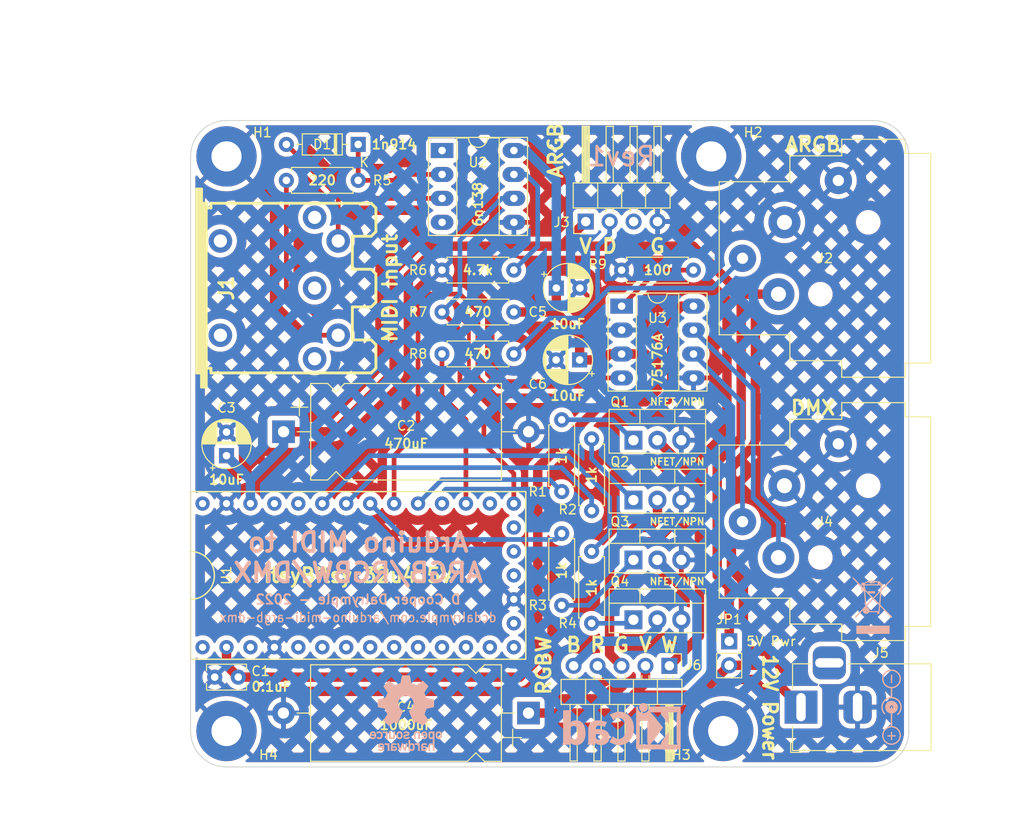
<source format=kicad_pcb>
(kicad_pcb (version 20211014) (generator pcbnew)
  (layers (0 "F.Cu" signal) (31 "B.Cu" signal) (34 "B.Paste" user) (35 "F.Paste" user) (36 "B.SilkS" user "B.Silkscreen") (37 "F.SilkS" user "F.Silkscreen") (38 "B.Mask" user) (39 "F.Mask" user) (44 "Edge.Cuts" user))
  (net 0 "")
  (net 1 "+5VD")
  (net 2 "GND")
  (net 3 "+5V")
  (net 4 "Net-(C4-Pad1)")
  (net 5 "Net-(U2-Pad2)")
  (net 6 "Net-(J1-Pad5)")
  (net 8 "Net-(J1-Pad4)")
  (net 11 "Net-(J2-Pad3)")
  (net 13 "Net-(J4-Pad2)")
  (net 14 "Net-(J4-Pad3)")
  (net 15 "Net-(J6-Pad3)")
  (net 16 "RGB_W")
  (net 17 "RGB_G")
  (net 18 "RGB_R")
  (net 19 "RGB_B")
  (net 20 "Net-(U2-Pad7)")
  (net 21 "MIDI_Rx")
  (net 22 "ARGB_D")
  (net 23 "Net-(U3-Pad1)")
  (net 41 "DMX_Tx")
  (net 47 "Net-(J6-Pad4)")
  (net 48 "Net-(J6-Pad5)")
  (net 49 "Net-(R1-Pad2)")
  (net 50 "Net-(R2-Pad2)")
  (net 51 "Net-(R3-Pad2)")
  (net 52 "Net-(R4-Pad2)")
  (net 53 "Net-(Q1-Pad2)")
  (footprint "Resistor_THT:R_Axial_DIN0207_L6.3mm_D2.5mm_P7.62mm_Horizontal" (layer "F.Cu") (at 144.79 80.635)
    (fp_text reference "R7" (at -2.54 0) (layer "F.SilkS"))
    (fp_text value "470")
    (pad "1" thru_hole circle (at 0 0) (size 1.6 1.6) (drill 0.8) (layers *.Cu *.Mask) (net 21 "MIDI_Rx"))
    (pad "2" thru_hole oval (at 7.62 0) (size 1.6 1.6) (drill 0.8) (layers *.Cu *.Mask) (net 1 "+5VD"))
  )
  (footprint "Resistor_THT:R_Axial_DIN0207_L6.3mm_D2.5mm_P7.62mm_Horizontal" (layer "F.Cu") (at 144.79 76.19)
    (fp_text reference "R6" (at -2.54 0) (layer "F.SilkS"))
    (fp_text value "4.7k")
    (pad "1" thru_hole circle (at 0 0) (size 1.6 1.6) (drill 0.8) (layers *.Cu *.Mask) (net 2 "GND"))
    (pad "2" thru_hole oval (at 7.62 0) (size 1.6 1.6) (drill 0.8) (layers *.Cu *.Mask) (net 20 "Net-(U2-Pad7)"))
  )
  (footprint "Connector_Audio:Jack_XLR_Neutrik_NC3FAAH2_Horizontal" (layer "F.Cu") (at 181.12 71.12)
    (fp_text reference "J2" (at 4.3 3.81) (layer "F.SilkS"))
    (fp_text value "ARGB_XLR3")
    (pad "" np_thru_hole circle (at 8.89 0) (size 1.6 1.6) (drill 1.6) (layers *.Cu *.Mask))
    (pad "" np_thru_hole circle (at 3.81 7.62) (size 1.6 1.6) (drill 1.6) (layers *.Cu *.Mask))
    (pad "1" thru_hole circle (at 0 0) (size 3.4 3.4) (drill 1.6) (layers *.Cu *.Mask) (net 2 "GND"))
    (pad "2" thru_hole circle (at -0.635 7.62) (size 3.4 3.4) (drill 1.6) (layers *.Cu *.Mask) (net 3 "+5V"))
    (pad "3" thru_hole circle (at -4.45 3.81) (size 2.9 2.9) (drill 1.2) (layers *.Cu *.Mask) (net 11 "Net-(J2-Pad3)"))
    (pad "G" thru_hole circle (at 5.72 -4.44) (size 2.9 2.9) (drill 1.2) (layers *.Cu *.Mask) (net 2 "GND"))
  )
  (footprint "Resistor_THT:R_Axial_DIN0207_L6.3mm_D2.5mm_P7.62mm_Horizontal" (layer "F.Cu") (at 157.49 99.685 90)
    (fp_text reference "R1" (at 0 -2.54 180) (layer "F.SilkS"))
    (fp_text value "1k")
    (pad "1" thru_hole circle (at 0 0 90) (size 1.6 1.6) (drill 0.8) (layers *.Cu *.Mask) (net 16 "RGB_W"))
    (pad "2" thru_hole oval (at 7.62 0 90) (size 1.6 1.6) (drill 0.8) (layers *.Cu *.Mask) (net 49 "Net-(R1-Pad2)"))
  )
  (footprint "Package_TO_SOT_THT:TO-220-3_Vertical" (layer "F.Cu") (at 165.1 106.934)
    (fp_text reference "Q3" (at -2.54 -4.064) (layer "F.SilkS") (effects (justify left)))
    (fp_text value "IRLB8721PBF")
    (pad "1" thru_hole rect (at 0 0) (size 1.905 2) (drill 1.1) (layers *.Cu *.Mask) (net 51 "Net-(R3-Pad2)"))
    (pad "2" thru_hole oval (at 2.54 0) (size 1.905 2) (drill 1.1) (layers *.Cu *.Mask) (net 47 "Net-(J6-Pad4)"))
    (pad "3" thru_hole oval (at 5.08 0) (size 1.905 2) (drill 1.1) (layers *.Cu *.Mask) (net 2 "GND"))
  )
  (footprint "Resistor_THT:R_Axial_DIN0207_L6.3mm_D2.5mm_P7.62mm_Horizontal" (layer "F.Cu") (at 160.665 101.717 90)
    (fp_text reference "R2" (at 0.127 -2.54 180) (layer "F.SilkS"))
    (fp_text value "1k")
    (pad "1" thru_hole circle (at 0 0 90) (size 1.6 1.6) (drill 0.8) (layers *.Cu *.Mask) (net 17 "RGB_G"))
    (pad "2" thru_hole oval (at 7.62 0 90) (size 1.6 1.6) (drill 0.8) (layers *.Cu *.Mask) (net 50 "Net-(R2-Pad2)"))
  )
  (footprint "Capacitor_THT:C_Rect_L4.0mm_W2.5mm_P2.50mm" (layer "F.Cu") (at 123.18 119.37 180)
    (fp_text reference "C1" (at -1.29 0.635) (layer "F.SilkS") (effects (justify left)))
    (fp_text value "0.1uF")
    (pad "1" thru_hole circle (at 0 0 180) (size 1.6 1.6) (drill 0.8) (layers *.Cu *.Mask) (net 1 "+5VD"))
    (pad "2" thru_hole circle (at 2.5 0 180) (size 1.6 1.6) (drill 0.8) (layers *.Cu *.Mask) (net 2 "GND"))
  )
  (footprint "MountingHole:MountingHole_3.2mm_M3_Pad" (layer "F.Cu") (at 174.625 125.085)
    (fp_text reference "H3" (at -4.445 2.54) (layer "F.SilkS"))
    (fp_text value "Mount")
    (pad "1" thru_hole circle (at 0 0) (size 6.4 6.4) (drill 3.2) (layers *.Cu *.Mask) (net 2 "GND"))
  )
  (footprint "MountingHole:MountingHole_3.2mm_M3_Pad" (layer "F.Cu") (at 121.93 64.125)
    (fp_text reference "H1" (at 3.81 -2.54) (layer "F.SilkS"))
    (fp_text value "Mount")
    (pad "1" thru_hole circle (at 0 0) (size 6.4 6.4) (drill 3.2) (layers *.Cu *.Mask) (net 2 "GND"))
  )
  (footprint "w_conn_av:din-5" (layer "F.Cu") (at 128.28 78.095 -90)
    (fp_text reference "J1" (at 0 6.35 90) (layer "F.SilkS") (effects (font (size 1.5 1.5) (thickness 0.3))))
    (fp_text value "MIDI Input" (at 0 -11 90) (layer "F.SilkS") (effects (font (size 1.5 1.5) (thickness 0.3))))
    (pad "1" thru_hole circle locked (at 7.5 -3 270) (size 2.5 2.5) (drill 1.4) (layers *.Cu *.Mask))
    (pad "2" thru_hole circle locked (at 0 -3 270) (size 2.5 2.5) (drill 1.4) (layers *.Cu *.Mask))
    (pad "3" thru_hole circle locked (at -7.5 -3 270) (size 2.5 2.5) (drill 1.4) (layers *.Cu *.Mask))
    (pad "4" thru_hole circle locked (at 5 -5.5 270) (size 2.5 2.5) (drill 1.4) (layers *.Cu *.Mask) (net 8 "Net-(J1-Pad4)"))
    (pad "5" thru_hole circle locked (at -5 -5.5 270) (size 2.5 2.5) (drill 1.4) (layers *.Cu *.Mask) (net 6 "Net-(J1-Pad5)"))
    (pad "6" thru_hole circle locked (at -5 7 270) (size 2.5 2.5) (drill 1.4) (layers *.Cu *.Mask))
    (pad "6" thru_hole circle locked (at 5 7 270) (size 2.5 2.5) (drill 1.4) (layers *.Cu *.Mask))
  )
  (footprint "Package_DIP:DIP-8_W7.62mm_Socket_LongPads" (layer "F.Cu") (at 163.85 80.01)
    (fp_text reference "U3" (at 3.8 1.26) (layer "F.SilkS"))
    (fp_text value "SN75176AP")
    (pad "1" thru_hole rect (at 0 0) (size 2.4 1.6) (drill 0.8) (layers *.Cu *.Mask) (net 23 "Net-(U3-Pad1)"))
    (pad "2" thru_hole oval (at 0 2.54) (size 2.4 1.6) (drill 0.8) (layers *.Cu *.Mask) (net 2 "GND"))
    (pad "3" thru_hole oval (at 0 5.08) (size 2.4 1.6) (drill 0.8) (layers *.Cu *.Mask) (net 1 "+5VD"))
    (pad "4" thru_hole oval (at 0 7.62) (size 2.4 1.6) (drill 0.8) (layers *.Cu *.Mask) (net 41 "DMX_Tx"))
    (pad "5" thru_hole oval (at 7.62 7.62) (size 2.4 1.6) (drill 0.8) (layers *.Cu *.Mask) (net 2 "GND"))
    (pad "6" thru_hole oval (at 7.62 5.08) (size 2.4 1.6) (drill 0.8) (layers *.Cu *.Mask) (net 14 "Net-(J4-Pad3)"))
    (pad "7" thru_hole oval (at 7.62 2.54) (size 2.4 1.6) (drill 0.8) (layers *.Cu *.Mask) (net 13 "Net-(J4-Pad2)"))
    (pad "8" thru_hole oval (at 7.62 0) (size 2.4 1.6) (drill 0.8) (layers *.Cu *.Mask) (net 1 "+5VD"))
  )
  (footprint "Resistor_THT:R_Axial_DIN0207_L6.3mm_D2.5mm_P7.62mm_Horizontal" (layer "F.Cu") (at 152.41 85.08 180)
    (fp_text reference "R8" (at 10.16 0) (layer "F.SilkS"))
    (fp_text value "470")
    (pad "1" thru_hole circle (at 0 0 180) (size 1.6 1.6) (drill 0.8) (layers *.Cu *.Mask) (net 11 "Net-(J2-Pad3)"))
    (pad "2" thru_hole oval (at 7.62 0 180) (size 1.6 1.6) (drill 0.8) (layers *.Cu *.Mask) (net 22 "ARGB_D"))
  )
  (footprint "Package_TO_SOT_THT:TO-220-3_Vertical" (layer "F.Cu") (at 165.1 100.584)
    (fp_text reference "Q2" (at -2.54 -4.064) (layer "F.SilkS") (effects (justify left)))
    (fp_text value "IRLB8721PBF")
    (pad "1" thru_hole rect (at 0 0) (size 1.905 2) (drill 1.1) (layers *.Cu *.Mask) (net 50 "Net-(R2-Pad2)"))
    (pad "2" thru_hole oval (at 2.54 0) (size 1.905 2) (drill 1.1) (layers *.Cu *.Mask) (net 15 "Net-(J6-Pad3)"))
    (pad "3" thru_hole oval (at 5.08 0) (size 1.905 2) (drill 1.1) (layers *.Cu *.Mask) (net 2 "GND"))
  )
  (footprint "MountingHole:MountingHole_3.2mm_M3_Pad" (layer "F.Cu") (at 173.355 64.125)
    (fp_text reference "H2" (at 4.445 -2.54) (layer "F.SilkS"))
    (fp_text value "Mount")
    (pad "1" thru_hole circle (at 0 0) (size 6.4 6.4) (drill 3.2) (layers *.Cu *.Mask) (net 2 "GND"))
  )
  (footprint "Connector_PinHeader_2.54mm:PinHeader_1x04_P2.54mm_Horizontal" (layer "F.Cu") (at 160.04 71.04 90)
    (fp_text reference "J3" (at -0.07 -2.55 180) (layer "F.SilkS"))
    (fp_text value "ARGB")
    (pad "1" thru_hole rect (at 0 0 90) (size 1.7 1.7) (drill 1) (layers *.Cu *.Mask) (net 3 "+5V"))
    (pad "2" thru_hole oval (at 0 2.54 90) (size 1.7 1.7) (drill 1) (layers *.Cu *.Mask) (net 11 "Net-(J2-Pad3)"))
    (pad "3" thru_hole oval (at 0 5.08 90) (size 1.7 1.7) (drill 1) (layers *.Cu *.Mask))
    (pad "4" thru_hole oval (at 0 7.62 90) (size 1.7 1.7) (drill 1) (layers *.Cu *.Mask) (net 2 "GND"))
  )
  (footprint "Package_DIP:DIP-8_W7.62mm_Socket_LongPads" (layer "F.Cu") (at 144.8 63.5)
    (fp_text reference "U2" (at 3.81 1.26) (layer "F.SilkS"))
    (fp_text value "6N138")
    (pad "1" thru_hole rect (at 0 0) (size 2.4 1.6) (drill 0.8) (layers *.Cu *.Mask))
    (pad "2" thru_hole oval (at 0 2.54) (size 2.4 1.6) (drill 0.8) (layers *.Cu *.Mask) (net 5 "Net-(U2-Pad2)"))
    (pad "3" thru_hole oval (at 0 5.08) (size 2.4 1.6) (drill 0.8) (layers *.Cu *.Mask) (net 6 "Net-(J1-Pad5)"))
    (pad "4" thru_hole oval (at 0 7.62) (size 2.4 1.6) (drill 0.8) (layers *.Cu *.Mask))
    (pad "5" thru_hole oval (at 7.62 7.62) (size 2.4 1.6) (drill 0.8) (layers *.Cu *.Mask) (net 2 "GND"))
    (pad "6" thru_hole oval (at 7.62 5.08) (size 2.4 1.6) (drill 0.8) (layers *.Cu *.Mask) (net 21 "MIDI_Rx"))
    (pad "7" thru_hole oval (at 7.62 2.54) (size 2.4 1.6) (drill 0.8) (layers *.Cu *.Mask) (net 20 "Net-(U2-Pad7)"))
    (pad "8" thru_hole oval (at 7.62 0) (size 2.4 1.6) (drill 0.8) (layers *.Cu *.Mask) (net 1 "+5VD"))
  )
  (footprint "Resistor_THT:R_Axial_DIN0207_L6.3mm_D2.5mm_P7.62mm_Horizontal" (layer "F.Cu") (at 160.665 106.035 -90)
    (fp_text reference "R4" (at 7.62 2.54 180) (layer "F.SilkS"))
    (fp_text value "1k")
    (pad "1" thru_hole circle (at 0 0 270) (size 1.6 1.6) (drill 0.8) (layers *.Cu *.Mask) (net 19 "RGB_B"))
    (pad "2" thru_hole oval (at 7.62 0 270) (size 1.6 1.6) (drill 0.8) (layers *.Cu *.Mask) (net 52 "Net-(R4-Pad2)"))
  )
  (footprint "Capacitor_THT:CP_Axial_L20.0mm_D10.0mm_P26.00mm_Horizontal" (layer "F.Cu") (at 153.97 123.18 180)
    (fp_text reference "C4" (at 13 0.635) (layer "F.SilkS"))
    (fp_text value "1000uF")
    (pad "1" thru_hole rect (at 0 0 180) (size 2.4 2.4) (drill 1.2) (layers *.Cu *.Mask) (net 4 "Net-(C4-Pad1)"))
    (pad "2" thru_hole oval (at 26 0 180) (size 2.4 2.4) (drill 1.2) (layers *.Cu *.Mask) (net 2 "GND"))
  )
  (footprint "Capacitor_THT:CP_Axial_L20.0mm_D10.0mm_P26.00mm_Horizontal" (layer "F.Cu") (at 127.98 93.335)
    (fp_text reference "C2" (at 13 -0.635) (layer "F.SilkS"))
    (fp_text value "470uF")
    (pad "1" thru_hole rect (at 0 0) (size 2.4 2.4) (drill 1.2) (layers *.Cu *.Mask) (net 3 "+5V"))
    (pad "2" thru_hole oval (at 26 0) (size 2.4 2.4) (drill 1.2) (layers *.Cu *.Mask) (net 2 "GND"))
  )
  (footprint "Diode_THT:D_DO-35_SOD27_P7.62mm_Horizontal" (layer "F.Cu") (at 135.9 62.855 180)
    (fp_text reference "D1" (at 3.81 0) (layer "F.SilkS"))
    (fp_text value "1N914")
    (fp_text user "K" (at -0.635 -1.905) (layer "F.SilkS"))
    (pad "1" thru_hole rect (at 0 0 180) (size 1.6 1.6) (drill 0.8) (layers *.Cu *.Mask) (net 5 "Net-(U2-Pad2)"))
    (pad "2" thru_hole oval (at 7.62 0 180) (size 1.6 1.6) (drill 0.8) (layers *.Cu *.Mask) (net 6 "Net-(J1-Pad5)"))
  )
  (footprint "Connector_PinHeader_2.54mm:PinHeader_1x05_P2.54mm_Horizontal" (layer "F.Cu") (at 168.915 118.17 -90)
    (fp_text reference "J6" (at -0.07 -2.545 180) (layer "F.SilkS"))
    (fp_text value "RGBW")
    (pad "1" thru_hole rect (at 0 0 270) (size 1.7 1.7) (drill 1) (layers *.Cu *.Mask) (net 53 "Net-(Q1-Pad2)"))
    (pad "2" thru_hole oval (at 0 2.54 270) (size 1.7 1.7) (drill 1) (layers *.Cu *.Mask) (net 4 "Net-(C4-Pad1)"))
    (pad "3" thru_hole oval (at 0 5.08 270) (size 1.7 1.7) (drill 1) (layers *.Cu *.Mask) (net 15 "Net-(J6-Pad3)"))
    (pad "4" thru_hole oval (at 0 7.62 270) (size 1.7 1.7) (drill 1) (layers *.Cu *.Mask) (net 47 "Net-(J6-Pad4)"))
    (pad "5" thru_hole oval (at 0 10.16 270) (size 1.7 1.7) (drill 1) (layers *.Cu *.Mask) (net 48 "Net-(J6-Pad5)"))
  )
  (footprint "Connector_PinHeader_2.54mm:PinHeader_1x02_P2.54mm_Vertical" (layer "F.Cu") (at 175.26 115.57)
    (fp_text reference "JP1" (at 0 -2.33) (layer "F.SilkS"))
    (fp_text value "Jumper_2_Open")
    (pad "1" thru_hole rect (at 0 0) (size 1.7 1.7) (drill 1) (layers *.Cu *.Mask) (net 3 "+5V"))
    (pad "2" thru_hole oval (at 0 2.54) (size 1.7 1.7) (drill 1) (layers *.Cu *.Mask) (net 4 "Net-(C4-Pad1)"))
  )
  (footprint "Resistor_THT:R_Axial_DIN0207_L6.3mm_D2.5mm_P7.62mm_Horizontal" (layer "F.Cu") (at 163.84 76.19)
    (fp_text reference "R9" (at -2.54 -0.635) (layer "F.SilkS"))
    (fp_text value "100")
    (pad "1" thru_hole circle (at 0 0) (size 1.6 1.6) (drill 0.8) (layers *.Cu *.Mask) (net 2 "GND"))
    (pad "2" thru_hole oval (at 7.62 0) (size 1.6 1.6) (drill 0.8) (layers *.Cu *.Mask) (net 23 "Net-(U3-Pad1)"))
  )
  (footprint "Connector_Audio:Jack_XLR_Neutrik_NC3FAAH2_Horizontal" (layer "F.Cu") (at 181.12 99.06)
    (fp_text reference "J4" (at 4.3 3.81) (layer "F.SilkS"))
    (fp_text value "DMX_XLR3")
    (pad "" np_thru_hole circle (at 8.89 0) (size 1.6 1.6) (drill 1.6) (layers *.Cu *.Mask))
    (pad "" np_thru_hole circle (at 3.81 7.62) (size 1.6 1.6) (drill 1.6) (layers *.Cu *.Mask))
    (pad "1" thru_hole circle (at 0 0) (size 3.4 3.4) (drill 1.6) (layers *.Cu *.Mask) (net 2 "GND"))
    (pad "2" thru_hole circle (at -0.635 7.62) (size 3.4 3.4) (drill 1.6) (layers *.Cu *.Mask) (net 13 "Net-(J4-Pad2)"))
    (pad "3" thru_hole circle (at -4.45 3.81) (size 2.9 2.9) (drill 1.2) (layers *.Cu *.Mask) (net 14 "Net-(J4-Pad3)"))
    (pad "G" thru_hole circle (at 5.72 -4.44) (size 2.9 2.9) (drill 1.2) (layers *.Cu *.Mask) (net 2 "GND"))
  )
  (footprint "Connector_BarrelJack:BarrelJack_Horizontal" (layer "F.Cu") (at 182.88 122.555 180)
    (fp_text reference "J5" (at -8.45 5.75) (layer "F.SilkS"))
    (fp_text value "External RGBW Power")
    (pad "1" thru_hole rect (at 0 0 180) (size 3.5 3.5) (drill oval 1 3) (layers *.Cu *.Mask) (net 4 "Net-(C4-Pad1)"))
    (pad "2" thru_hole roundrect (at -6 0 180) (size 3 3.5) (drill oval 1 3) (layers *.Cu *.Mask) (net 2 "GND"))
    (pad "3" thru_hole roundrect (at -3 4.7 180) (size 3.5 3.5) (drill oval 3 1) (layers *.Cu *.Mask))
  )
  (footprint "Capacitor_THT:CP_Radial_D5.0mm_P2.50mm" (layer "F.Cu") (at 121.93 95.875 90)
    (fp_text reference "C3" (at 5.08 0 180) (layer "F.SilkS"))
    (fp_text value "10uF")
    (pad "1" thru_hole rect (at 0 0 90) (size 1.6 1.6) (drill 0.8) (layers *.Cu *.Mask) (net 3 "+5V"))
    (pad "2" thru_hole circle (at 2.5 0 90) (size 1.6 1.6) (drill 0.8) (layers *.Cu *.Mask) (net 2 "GND"))
  )
  (footprint "MountingHole:MountingHole_3.2mm_M3_Pad" (layer "F.Cu") (at 121.93 125.085)
    (fp_text reference "H4" (at 4.445 2.54) (layer "F.SilkS"))
    (fp_text value "Mount")
    (pad "1" thru_hole circle (at 0 0) (size 6.4 6.4) (drill 3.2) (layers *.Cu *.Mask) (net 2 "GND"))
  )
  (footprint "Capacitor_THT:CP_Radial_D5.0mm_P2.50mm" (layer "F.Cu") (at 159.395 85.715 180)
    (fp_text reference "C6" (at 4.445 -2.54) (layer "F.SilkS"))
    (fp_text value "10uF")
    (pad "1" thru_hole rect (at 0 0 180) (size 1.6 1.6) (drill 0.8) (layers *.Cu *.Mask) (net 1 "+5VD"))
    (pad "2" thru_hole circle (at 2.5 0 180) (size 1.6 1.6) (drill 0.8) (layers *.Cu *.Mask) (net 2 "GND"))
  )
  (footprint "Resistor_THT:R_Axial_DIN0207_L6.3mm_D2.5mm_P7.62mm_Horizontal" (layer "F.Cu") (at 157.49 104.13 -90)
    (fp_text reference "R3" (at 7.62 2.54 180) (layer "F.SilkS"))
    (fp_text value "1k")
    (pad "1" thru_hole circle (at 0 0 270) (size 1.6 1.6) (drill 0.8) (layers *.Cu *.Mask) (net 18 "RGB_R"))
    (pad "2" thru_hole oval (at 7.62 0 270) (size 1.6 1.6) (drill 0.8) (layers *.Cu *.Mask) (net 51 "Net-(R3-Pad2)"))
  )
  (footprint "Package_TO_SOT_THT:TO-220-3_Vertical" (layer "F.Cu") (at 165.1 113.284)
    (fp_text reference "Q4" (at -2.54 -4.064) (layer "F.SilkS") (effects (justify left)))
    (fp_text value "IRLB8721PBF")
    (pad "1" thru_hole rect (at 0 0) (size 1.905 2) (drill 1.1) (layers *.Cu *.Mask) (net 52 "Net-(R4-Pad2)"))
    (pad "2" thru_hole oval (at 2.54 0) (size 1.905 2) (drill 1.1) (layers *.Cu *.Mask) (net 48 "Net-(J6-Pad5)"))
    (pad "3" thru_hole oval (at 5.08 0) (size 1.905 2) (drill 1.1) (layers *.Cu *.Mask) (net 2 "GND"))
  )
  (footprint "Capacitor_THT:CP_Radial_D5.0mm_P2.50mm" (layer "F.Cu") (at 156.919887 78.095)
    (fp_text reference "C5" (at -1.969887 2.54) (layer "F.SilkS"))
    (fp_text value "10uF")
    (pad "1" thru_hole rect (at 0 0) (size 1.6 1.6) (drill 0.8) (layers *.Cu *.Mask) (net 1 "+5VD"))
    (pad "2" thru_hole circle (at 2.5 0) (size 1.6 1.6) (drill 0.8) (layers *.Cu *.Mask) (net 2 "GND"))
  )
  (footprint "Package_TO_SOT_THT:TO-220-3_Vertical" (layer "F.Cu") (at 165.1 94.234)
    (fp_text reference "Q1" (at -2.54 -4.064) (layer "F.SilkS") (effects (justify left)))
    (fp_text value "IRLB8721PBF")
    (pad "1" thru_hole rect (at 0 0) (size 1.905 2) (drill 1.1) (layers *.Cu *.Mask) (net 49 "Net-(R1-Pad2)"))
    (pad "2" thru_hole oval (at 2.54 0) (size 1.905 2) (drill 1.1) (layers *.Cu *.Mask) (net 53 "Net-(Q1-Pad2)"))
    (pad "3" thru_hole oval (at 5.08 0) (size 1.905 2) (drill 1.1) (layers *.Cu *.Mask) (net 2 "GND"))
  )
  (footprint "Resistor_THT:R_Axial_DIN0207_L6.3mm_D2.5mm_P7.62mm_Horizontal" (layer "F.Cu") (at 128.28 66.665)
    (fp_text reference "R5" (at 10.16 0) (layer "F.SilkS"))
    (fp_text value "220")
    (pad "1" thru_hole circle (at 0 0) (size 1.6 1.6) (drill 0.8) (layers *.Cu *.Mask) (net 8 "Net-(J1-Pad4)"))
    (pad "2" thru_hole oval (at 7.62 0) (size 1.6 1.6) (drill 0.8) (layers *.Cu *.Mask) (net 5 "Net-(U2-Pad2)"))
  )
  (footprint "itsybitsy-32u4-5v:ItsyBitsy_32u4" (layer "F.Cu") (at 135.9 108.575)
    (fp_text reference "U1" (at -13.97 0 90 unlocked) (layer "F.SilkS"))
    (fp_text value "ItsyBitsy-32u4-5V")
    (pad "1" thru_hole circle (at -16.51 7.62) (size 1.524 1.524) (drill 0.762) (layers *.Cu *.Mask))
    (pad "2" thru_hole circle (at -13.97 7.62) (size 1.524 1.524) (drill 0.762) (layers *.Cu *.Mask) (net 1 "+5VD"))
    (pad "3" thru_hole circle (at -11.43 7.62) (size 1.524 1.524) (drill 0.762) (layers *.Cu *.Mask))
    (pad "4" thru_hole circle (at -8.89 7.62) (size 1.524 1.524) (drill 0.762) (layers *.Cu *.Mask) (net 2 "GND"))
    (pad "5" thru_hole circle (at -6.35 7.62) (size 1.524 1.524) (drill 0.762) (layers *.Cu *.Mask))
    (pad "6" thru_hole circle (at -3.81 7.62) (size 1.524 1.524) (drill 0.762) (layers *.Cu *.Mask))
    (pad "7" thru_hole circle (at -1.27 7.62) (size 1.524 1.524) (drill 0.762) (layers *.Cu *.Mask))
    (pad "8" thru_hole circle (at 1.27 7.62) (size 1.524 1.524) (drill 0.762) (layers *.Cu *.Mask))
    (pad "9" thru_hole circle (at 3.81 7.62) (size 1.524 1.524) (drill 0.762) (layers *.Cu *.Mask))
    (pad "10" thru_hole circle (at 6.35 7.62) (size 1.524 1.524) (drill 0.762) (layers *.Cu *.Mask))
    (pad "11" thru_hole circle (at 8.89 7.62) (size 1.524 1.524) (drill 0.762) (layers *.Cu *.Mask))
    (pad "12" thru_hole circle (at 11.43 7.62) (size 1.524 1.524) (drill 0.762) (layers *.Cu *.Mask))
    (pad "13" thru_hole circle (at 13.97 7.62) (size 1.524 1.524) (drill 0.762) (layers *.Cu *.Mask))
    (pad "14" thru_hole circle (at 16.51 7.62) (size 1.524 1.524) (drill 0.762) (layers *.Cu *.Mask))
    (pad "15" thru_hole circle (at 16.51 5.08) (size 1.524 1.524) (drill 0.762) (layers *.Cu *.Mask))
    (pad "16" thru_hole circle (at 16.51 2.54) (size 1.524 1.524) (drill 0.762) (layers *.Cu *.Mask) (net 2 "GND"))
    (pad "17" thru_hole circle (at 16.51 0) (size 1.524 1.524) (drill 0.762) (layers *.Cu *.Mask))
    (pad "18" thru_hole circle (at 16.51 -2.54) (size 1.524 1.524) (drill 0.762) (layers *.Cu *.Mask))
    (pad "19" thru_hole circle (at 16.51 -5.08) (size 1.524 1.524) (drill 0.762) (layers *.Cu *.Mask))
    (pad "20" thru_hole circle (at 16.51 -7.62) (size 1.524 1.524) (drill 0.762) (layers *.Cu *.Mask) (net 21 "MIDI_Rx"))
    (pad "21" thru_hole circle (at 13.97 -7.62) (size 1.524 1.524) (drill 0.762) (layers *.Cu *.Mask))
    (pad "22" thru_hole circle (at 11.43 -7.62) (size 1.524 1.524) (drill 0.762) (layers *.Cu *.Mask) (net 22 "ARGB_D"))
    (pad "23" thru_hole circle (at 8.89 -7.62) (size 1.524 1.524) (drill 0.762) (layers *.Cu *.Mask))
    (pad "24" thru_hole circle (at 6.35 -7.62) (size 1.524 1.524) (drill 0.762) (layers *.Cu *.Mask) (net 16 "RGB_W"))
    (pad "25" thru_hole circle (at 3.81 -7.62) (size 1.524 1.524) (drill 0.762) (layers *.Cu *.Mask) (net 41 "DMX_Tx"))
    (pad "26" thru_hole circle (at 1.27 -7.62) (size 1.524 1.524) (drill 0.762) (layers *.Cu *.Mask) (net 18 "RGB_R"))
    (pad "27" thru_hole circle (at -1.27 -7.62) (size 1.524 1.524) (drill 0.762) (layers *.Cu *.Mask) (net 17 "RGB_G"))
    (pad "28" thru_hole circle (at -3.81 -7.62) (size 1.524 1.524) (drill 0.762) (layers *.Cu *.Mask) (net 19 "RGB_B"))
    (pad "29" thru_hole circle (at -6.35 -7.62) (size 1.524 1.524) (drill 0.762) (layers *.Cu *.Mask))
    (pad "30" thru_hole circle (at -8.89 -7.62) (size 1.524 1.524) (drill 0.762) (layers *.Cu *.Mask))
    (pad "31" thru_hole circle (at -11.43 -7.62) (size 1.524 1.524) (drill 0.762) (layers *.Cu *.Mask) (net 3 "+5V"))
    (pad "32" thru_hole circle (at -13.97 -7.62) (size 1.524 1.524) (drill 0.762) (layers *.Cu *.Mask) (net 2 "GND"))
    (pad "33" thru_hole circle (at -16.51 -7.62) (size 1.524 1.524) (drill 0.762) (layers *.Cu *.Mask))
  )
  (footprint "Symbol:WEEE-Logo_4.2x6mm_SilkScreen" (layer "B.Cu") (at 190.5 111.76 180)
    (fp_text reference "REF**" hide)
    (fp_text value "WEEE-Logo_4.2x6mm_SilkScreen" hide)
  )
  (footprint "Symbol:Symbol_Barrel_Polarity" (layer "B.Cu") (at 192.405 122.555 -90)
    (fp_text reference "REF**" hide)
    (fp_text value "Symbol_Barrel_Polarity")
  )
  (footprint "Symbol:KiCad-Logo_5mm_SilkScreen" (layer "B.Cu") (at 163.83 125.095 180)
    (fp_text reference "REF**" hide)
    (fp_text value "KiCad-Logo_5mm_SilkScreen" hide)
  )
  (footprint "Symbol:OSHW-Logo_7.5x8mm_SilkScreen" (layer "B.Cu") (at 140.97 123.19 180)
    (fp_text reference "REF**" hide)
    (fp_text value "OSHW-Logo_7.5x8mm_SilkScreen" hide)
  )
  (gr_line (start 118.12 64.125) (end 118.12 125.085) (layer "Edge.Cuts") (width 0.1))
  (gr_arc (start 194.32 125.085) (mid 193.204077 127.779077) (end 190.51 128.895) (layer "Edge.Cuts") (width 0.1))
  (gr_arc (start 121.93 128.895) (mid 119.235923 127.779077) (end 118.12 125.085) (layer "Edge.Cuts") (width 0.1))
  (gr_arc (start 118.12 64.125) (mid 119.235923 61.430923) (end 121.93 60.315) (layer "Edge.Cuts") (width 0.1))
  (gr_line (start 121.93 128.895) (end 190.51 128.895) (layer "Edge.Cuts") (width 0.1))
  (gr_line (start 194.31 125.085) (end 194.31 64.125) (layer "Edge.Cuts") (width 0.1))
  (gr_line (start 190.51 60.315) (end 121.93 60.315) (layer "Edge.Cuts") (width 0.1))
  (gr_arc (start 190.51 60.315) (mid 193.204077 61.430923) (end 194.32 64.125) (layer "Edge.Cuts") (width 0.1))
  (gr_text "-" (at 192.405 119.555 90) (layer "B.SilkS") (effects (font (size 1 1)) (justify mirror)))
  (gr_text "Arduino MIDI to\nARGB/RGBW/DMX" (at 135.89 106.68) (layer "B.SilkS") (effects (font (size 2 2) (thickness 0.4)) (justify mirror)))
  (gr_text "D Cooper Dalrymple - 2022" (at 135.89 111.125) (layer "B.SilkS") (effects (font (size 1 1) (thickness 0.2)) (justify mirror)))
  (gr_text "+" (at 192.405 125.603 90) (layer "B.SilkS") (effects (font (size 1 1)) (justify mirror)))
  (gr_text "dcdalrymple.com/arduino-midi-argb-dmx" (at 135.89 113.03) (layer "B.SilkS") (effects (font (size 1 0.9)) (justify mirror)))
  (gr_text "Rev1" (at 163.83 64.135) (layer "B.SilkS") (effects (font (size 2 2) (thickness 0.3)) (justify mirror)))
  (gr_text "1k" (at 157.49 95.875 90) (layer "F.SilkS") (effects (font (size 1 1) (thickness 0.2))))
  (gr_text "R" (at 161.3 115.941) (layer "F.SilkS") (effects (font (size 1.5 1.5) (thickness 0.3))))
  (gr_text "1n914" (at 139.71 62.855) (layer "F.SilkS") (effects (font (size 1 1) (thickness 0.2))))
  (gr_text "B" (at 158.76 115.941) (layer "F.SilkS") (effects (font (size 1.5 1.5) (thickness 0.3))))
  (gr_text "V" (at 160.03 73.65) (layer "F.SilkS") (effects (font (size 1.5 1.5) (thickness 0.3))))
  (gr_text "0.1uF" (at 124.47 120.3875) (layer "F.SilkS") (effects (font (size 1 1) (thickness 0.2)) (justify left)))
  (gr_text "1k" (at 160.665 109.845 90) (layer "F.SilkS") (effects (font (size 1 1) (thickness 0.2))))
  (gr_text "ARGB" (at 156.845 63.5 90) (layer "F.SilkS") (effects (font (size 1.5 1.5) (thickness 0.3))))
  (gr_text "ItsyBitsy 32u4 5V" (at 135.9 108.575) (layer "F.SilkS") (effects (font (size 1.5 1.5) (thickness 0.3))))
  (gr_text "ARGB" (at 184.15 62.865) (layer "F.SilkS") (effects (font (size 1.5 1.5) (thickness 0.3))))
  (gr_text "10uF" (at 158.125 81.905) (layer "F.SilkS") (effects (font (size 1 1) (thickness 0.2))))
  (gr_text "10uF" (at 158.145 89.525) (layer "F.SilkS") (effects (font (size 1 1) (thickness 0.2))))
  (gr_text "470" (at 148.607588 80.627151) (layer "F.SilkS") (effects (font (size 1 1) (thickness 0.2))))
  (gr_text "1k" (at 157.49 108.067 90) (layer "F.SilkS") (effects (font (size 1 1) (thickness 0.2))))
  (gr_text "DMX" (at 184.15 90.805) (layer "F.SilkS") (effects (font (size 1.5 1.5) (thickness 0.3))))
  (gr_text "5V Pwr" (at 179.705 115.57) (layer "F.SilkS") (effects (font (size 1 1))))
  (gr_text "D" (at 162.57 73.65) (layer "F.SilkS") (effects (font (size 1.5 1.5) (thickness 0.3))))
  (gr_text "W" (at 168.92 115.941) (layer "F.SilkS") (effects (font (size 1.5 1.5) (thickness 0.3))))
  (gr_text "6n138" (at 148.6 69.205 90) (layer "F.SilkS") (effects (font (size 1 1) (thickness 0.2))))
  (gr_text "100" (at 167.65 76.19) (layer "F.SilkS") (effects (font (size 1 1) (thickness 0.2))))
  (gr_text "470" (at 148.6 85.08) (layer "F.SilkS") (effects (font (size 1 1) (thickness 0.2))))
  (gr_text "RGBW" (at 155.575 118.11 90) (layer "F.SilkS") (effects (font (size 1.5 1.5) (thickness 0.3))))
  (gr_text "G" (at 163.84 115.941) (layer "F.SilkS") (effects (font (size 1.5 1.5) (thickness 0.3))))
  (gr_text "1000uF" (at 140.98 124.45) (layer "F.SilkS") (effects (font (size 1 1) (thickness 0.2))))
  (gr_text "75176A" (at 167.65 85.715 90) (layer "F.SilkS") (effects (font (size 1 1) (thickness 0.2))))
  (gr_text "10uF" (at 121.93 98.415) (layer "F.SilkS") (effects (font (size 1 1) (thickness 0.2))))
  (gr_text "470uF" (at 140.98 94.605) (layer "F.SilkS") (effects (font (size 1 1) (thickness 0.2))))
  (gr_text "220" (at 132.09 66.665) (layer "F.SilkS") (effects (font (size 1 1) (thickness 0.2))))
  (gr_text "V" (at 166.38 115.941) (layer "F.SilkS") (effects (font (size 1.5 1.5) (thickness 0.3))))
  (gr_text "4.7k" (at 148.6 76.19) (layer "F.SilkS") (effects (font (size 1 1) (thickness 0.2))))
  (gr_text "NFET/NPN" (at 172.72 109.22) (layer "F.SilkS") (effects (font (size 0.75 0.75)) (justify right)))
  (gr_text "NFET/NPN" (at 172.77 90.16) (layer "F.SilkS") (effects (font (size 0.75 0.75)) (justify right)))
  (gr_text "G" (at 167.65 73.65) (layer "F.SilkS") (effects (font (size 1.5 1.5) (thickness 0.3))))
  (gr_text "NFET/NPN" (at 172.72 96.52) (layer "F.SilkS") (effects (font (size 0.75 0.75)) (justify right)))
  (gr_text "NFET/NPN" (at 172.72 102.87) (layer "F.SilkS") (effects (font (size 0.75 0.75)) (justify right)))
  (gr_text "1k" (at 160.665 97.907 90) (layer "F.SilkS") (effects (font (size 1 1) (thickness 0.2))))
  (gr_text "12V Power" (at 179.578 122.555 270) (layer "F.SilkS") (effects (font (size 1.5 1.4) (thickness 0.3))))
  (segment (start 152.42 63.5) (end 152.43 63.49) (width 1) (layer "F.Cu") (net 1))
  (segment (start 167.65 86.35) (end 166.39 85.09) (width 1) (layer "F.Cu") (net 1))
  (segment (start 167.65 88.89) (end 167.65 86.35) (width 1) (layer "F.Cu") (net 1))
  (segment (start 163.85 85.09) (end 162.56 85.09) (width 1) (layer "F.Cu") (net 1))
  (segment (start 167.65 82.54) (end 170.18 80.01) (width 1) (layer "F.Cu") (net 1))
  (segment (start 156.855 80.635) (end 156.919887 80.699887) (width 1) (layer "F.Cu") (net 1))
  (segment (start 161.935 90.16) (end 166.38 90.16) (width 1) (layer "F.Cu") (net 1))
  (segment (start 159.395 83.175) (end 156.919887 80.699887) (width 1) (layer "F.Cu") (net 1))
  (segment (start 167.65 86.35) (end 167.65 82.54) (width 1) (layer "F.Cu") (net 1))
  (segment (start 162.56 85.09) (end 161.935 85.715) (width 1) (layer "F.Cu") (net 1))
  (segment (start 153.045 119.37) (end 154.95 117.465) (width 1) (layer "F.Cu") (net 1))
  (segment (start 159.395 85.715) (end 159.395 83.175) (width 1) (layer "F.Cu") (net 1))
  (segment (start 166.38 90.16) (end 167.65 88.89) (width 1) (layer "F.Cu") (net 1))
  (segment (start 170.18 80.01) (end 171.47 80.01) (width 1) (layer "F.Cu") (net 1))
  (segment (start 121.93 118.12) (end 123.18 119.37) (width 1) (layer "F.Cu") (net 1))
  (segment (start 152.41 80.635) (end 156.855 80.635) (width 1) (layer "F.Cu") (net 1))
  (segment (start 154.95 97.145) (end 161.935 90.16) (width 1) (layer "F.Cu") (net 1))
  (segment (start 163.85 85.09) (end 165.1 85.09) (width 1) (layer "F.Cu") (net 1))
  (segment (start 166.39 85.09) (end 163.85 85.09) (width 1) (layer "F.Cu") (net 1))
  (segment (start 123.18 119.37) (end 153.045 119.37) (width 1) (layer "F.Cu") (net 1))
  (segment (start 121.93 116.195) (end 121.93 118.12) (width 1) (layer "F.Cu") (net 1))
  (segment (start 156.919887 80.699887) (end 156.919887 78.095) (width 1) (layer "F.Cu") (net 1))
  (segment (start 161.935 85.715) (end 159.395 85.715) (width 1) (layer "F.Cu") (net 1))
  (segment (start 154.95 117.465) (end 154.95 97.145) (width 1) (layer "F.Cu") (net 1))
  (segment (start 152.83 63.49) (end 153.68 63.49) (width 1) (layer "B.Cu") (net 1))
  (segment (start 152.82 63.5) (end 152.83 63.49) (width 1) (layer "B.Cu") (net 1))
  (segment (start 152.42 63.5) (end 152.82 63.5) (width 1) (layer "B.Cu") (net 1))
  (segment (start 156.919887 66.729887) (end 156.919887 78.095) (width 1) (layer "B.Cu") (net 1))
  (segment (start 153.68 63.49) (end 156.919887 66.729887) (width 1) (layer "B.Cu") (net 1))
  (segment (start 173.06073 125.735) (end 173.04573 125.72) (width 1) (layer "F.Cu") (net 2))
  (segment (start 173.04573 125.72) (end 172.095 125.72) (width 1) (layer "F.Cu") (net 2))
  (segment (start 174 125.735) (end 173.06073 125.735) (width 1) (layer "F.Cu") (net 2))
  (segment (start 139.71 76.19) (end 142.25 73.65) (width 1) (layer "F.Cu") (net 3))
  (segment (start 127.98 93.335) (end 133.36 93.335) (width 1) (layer "F.Cu") (net 3))
  (segment (start 157.43 73.65) (end 160.04 71.04) (width 1) (layer "F.Cu") (net 3))
  (segment (start 139.71 86.985) (end 139.71 76.19) (width 1) (layer "F.Cu") (net 3))
  (segment (start 173.99 96.52) (end 173.99 108.585) (width 1) (layer "F.Cu") (net 3))
  (segment (start 142.25 73.65) (end 156.855 73.65) (width 1) (layer "F.Cu") (net 3))
  (segment (start 133.36 93.335) (end 139.71 86.985) (width 1) (layer "F.Cu") (net 3))
  (segment (start 175.26 109.855) (end 175.26 115.57) (width 1) (layer "F.Cu") (net 3))
  (segment (start 176.53 93.98) (end 173.99 96.52) (width 1) (layer "F.Cu") (net 3))
  (segment (start 157.43 73.65) (end 171.44 73.65) (width 1) (layer "F.Cu") (net 3))
  (segment (start 176.53 78.74) (end 176.53 93.98) (width 1) (layer "F.Cu") (net 3))
  (segment (start 171.44 73.65) (end 176.53 78.74) (width 1) (layer "F.Cu") (net 3))
  (segment (start 173.99 108.585) (end 175.26 109.855) (width 1) (layer "F.Cu") (net 3))
  (segment (start 176.53 78.74) (end 180.485 78.74) (width 1) (layer "F.Cu") (net 3))
  (segment (start 156.855 73.65) (end 157.43 73.65) (width 1) (layer "F.Cu") (net 3))
  (segment (start 127.98 94.905) (end 124.47 98.415) (width 1) (layer "B.Cu") (net 3))
  (segment (start 127.98 93.335) (end 127.98 94.905) (width 1) (layer "B.Cu") (net 3))
  (segment (start 121.93 95.875) (end 124.47 98.415) (width 1) (layer "B.Cu") (net 3))
  (segment (start 124.47 98.415) (end 124.47 100.955) (width 1) (layer "B.Cu") (net 3))
  (segment (start 165.095 121.28) (end 166.375 120) (width 1) (layer "F.Cu") (net 4))
  (segment (start 166.375 120) (end 166.375 118.17) (width 1) (layer "F.Cu") (net 4))
  (segment (start 172.09 121.28) (end 165.095 121.28) (width 1) (layer "F.Cu") (net 4))
  (segment (start 178.435 118.11) (end 182.88 122.555) (width 1) (layer "F.Cu") (net 4))
  (segment (start 175.26 118.11) (end 178.435 118.11) (width 1) (layer "F.Cu") (net 4))
  (segment (start 153.98 123.18) (end 163.195 123.18) (width 1) (layer "F.Cu") (net 4))
  (segment (start 175.26 118.11) (end 172.09 121.28) (width 1) (layer "F.Cu") (net 4))
  (segment (start 163.195 123.18) (end 165.095 121.28) (width 1) (layer "F.Cu") (net 4))
  (segment (start 139.71 66.665) (end 140.345 66.03) (width 0.5) (layer "F.Cu") (net 5))
  (segment (start 135.9 66.665) (end 139.71 66.665) (width 0.5) (layer "F.Cu") (net 5))
  (segment (start 140.345 66.03) (end 140.355 66.04) (width 0.5) (layer "F.Cu") (net 5))
  (segment (start 140.355 66.04) (end 144.8 66.04) (width 0.5) (layer "F.Cu") (net 5))
  (segment (start 135.9 62.855) (end 135.9 66.665) (width 0.5) (layer "F.Cu") (net 5))
  (segment (start 144.8 68.58) (end 134.005 68.58) (width 0.5) (layer "F.Cu") (net 6))
  (segment (start 128.28 62.855) (end 133.6775 68.2525) (width 0.5) (layer "F.Cu") (net 6))
  (segment (start 134.005 68.58) (end 133.6775 68.2525) (width 0.5) (layer "F.Cu") (net 6))
  (segment (start 133.78 68.355) (end 133.78 73.095) (width 0.5) (layer "F.Cu") (net 6))
  (segment (start 133.6775 68.2525) (end 133.78 68.355) (width 0.5) (layer "F.Cu") (net 6))
  (segment (start 132.01 83.095) (end 128.28 79.365) (width 0.5) (layer "F.Cu") (net 8))
  (segment (start 133.78 83.095) (end 132.01 83.095) (width 0.5) (layer "F.Cu") (net 8))
  (segment (start 128.28 79.365) (end 128.28 66.665) (width 0.5) (layer "F.Cu") (net 8))
  (segment (start 156.22 81.27) (end 159.395 81.27) (width 0.5) (layer "B.Cu") (net 11))
  (segment (start 161.3 73.65) (end 162.58 72.37) (width 0.5) (layer "B.Cu") (net 11))
  (segment (start 173.505 78.095) (end 176.67 74.93) (width 0.5) (layer "B.Cu") (net 11))
  (segment (start 162.58 72.37) (end 162.58 71.04) (width 0.5) (layer "B.Cu") (net 11))
  (segment (start 159.395 81.27) (end 161.3 79.365) (width 0.5) (layer "B.Cu") (net 11))
  (segment (start 161.3 79.365) (end 161.3 73.65) (width 0.5) (layer "B.Cu") (net 11))
  (segment (start 161.3 79.365) (end 162.57 78.095) (width 0.5) (layer "B.Cu") (net 11))
  (segment (start 152.41 85.08) (end 156.22 81.27) (width 0.5) (layer "B.Cu") (net 11))
  (segment (start 162.57 78.095) (end 173.505 78.095) (width 0.5) (layer "B.Cu") (net 11))
  (segment (start 177.81 88.89) (end 177.81 98.789869) (width 0.5) (layer "B.Cu") (net 13))
  (segment (start 177.81 98.789869) (end 177.8 98.799869) (width 0.5) (layer "B.Cu") (net 13))
  (segment (start 177.8 100.33) (end 180.485 103.015) (width 0.5) (layer "B.Cu") (net 13))
  (segment (start 177.8 98.799869) (end 177.8 100.33) (width 0.5) (layer "B.Cu") (net 13))
  (segment (start 171.47 82.55) (end 177.81 88.89) (width 0.5) (layer "B.Cu") (net 13))
  (segment (start 180.485 103.015) (end 180.485 106.68) (width 0.5) (layer "B.Cu") (net 13))
  (segment (start 176.68 90.3) (end 176.67 90.31) (width 0.5) (layer "B.Cu") (net 14))
  (segment (start 176.67 90.31) (end 176.67 102.87) (width 0.5) (layer "B.Cu") (net 14))
  (segment (start 176.68 90.3) (end 171.47 85.09) (width 0.5) (layer "B.Cu") (net 14))
  (segment (start 162.57 116.905) (end 163.835 118.17) (width 1) (layer "F.Cu") (net 15))
  (segment (start 167.65 100.63) (end 167.65 102.63) (width 1) (layer "F.Cu") (net 15))
  (segment (start 167.65 102.63) (end 166.785 103.495) (width 1) (layer "F.Cu") (net 15))
  (segment (start 162.57 106.168478) (end 162.57 116.905) (width 1) (layer "F.Cu") (net 15))
  (segment (start 166.785 103.495) (end 165.243478 103.495) (width 1) (layer "F.Cu") (net 15))
  (segment (start 165.243478 103.495) (end 162.57 106.168478) (width 1) (layer "F.Cu") (net 15))
  (segment (start 156.22 98.415) (end 144.79 98.415) (width 0.5) (layer "B.Cu") (net 16))
  (segment (start 157.49 99.685) (end 156.22 98.415) (width 0.5) (layer "B.Cu") (net 16))
  (segment (start 144.79 98.415) (end 142.25 100.955) (width 0.5) (layer "B.Cu") (net 16))
  (segment (start 160.665 100.32) (end 157.49 97.145) (width 0.5) (layer "B.Cu") (net 17))
  (segment (start 138.44 97.145) (end 134.63 100.955) (width 0.5) (layer "B.Cu") (net 17))
  (segment (start 160.665 101.717) (end 160.665 100.32) (width 0.5) (layer "B.Cu") (net 17))
  (segment (start 157.49 97.145) (end 138.44 97.145) (width 0.5) (layer "B.Cu") (net 17))
  (segment (start 156.855 104.765) (end 140.98 104.765) (width 0.5) (layer "B.Cu") (net 18))
  (segment (start 157.49 104.13) (end 156.855 104.765) (width 0.5) (layer "B.Cu") (net 18))
  (segment (start 140.98 104.765) (end 137.17 100.955) (width 0.5) (layer "B.Cu") (net 18))
  (segment (start 158.125 95.875) (end 137.17 95.875) (width 0.5) (layer "B.Cu") (net 19))
  (segment (start 162.57 104.13) (end 162.57 100.32) (width 0.5) (layer "B.Cu") (net 19))
  (segment (start 137.17 95.875) (end 132.09 100.955) (width 0.5) (layer "B.Cu") (net 19))
  (segment (start 160.665 106.035) (end 162.57 104.13) (width 0.5) (layer "B.Cu") (net 19))
  (segment (start 162.57 100.32) (end 158.125 95.875) (width 0.5) (layer "B.Cu") (net 19))
  (segment (start 152.42 66.04) (end 153.69 66.04) (width 0.5) (layer "B.Cu") (net 20))
  (segment (start 154.95 73.65) (end 152.41 76.19) (width 0.5) (layer "B.Cu") (net 20))
  (segment (start 153.69 66.04) (end 154.95 67.3) (width 0.5) (layer "B.Cu") (net 20))
  (segment (start 154.95 67.3) (end 154.95 73.65) (width 0.5) (layer "B.Cu") (net 20))
  (segment (start 149.235 91.43) (end 146.695 88.89) (width 0.5) (layer "F.Cu") (net 21))
  (segment (start 152.41 100.955) (end 152.41 97.78) (width 0.5) (layer "F.Cu") (net 21))
  (segment (start 149.235 94.605) (end 149.235 91.43) (width 0.5) (layer "F.Cu") (net 21))
  (segment (start 146.695 82.54) (end 144.79 80.635) (width 0.5) (layer "F.Cu") (net 21))
  (segment (start 152.41 97.78) (end 149.235 94.605) (width 0.5) (layer "F.Cu") (net 21))
  (segment (start 146.695 88.89) (end 146.695 82.54) (width 0.5) (layer "F.Cu") (net 21))
  (segment (start 146.695 78.73) (end 144.79 80.635) (width 0.5) (layer "B.Cu") (net 21))
  (segment (start 152.42 68.58) (end 151.13 68.58) (width 0.5) (layer "B.Cu") (net 21))
  (segment (start 151.13 68.58) (end 146.695 73.015) (width 0.5) (layer "B.Cu") (net 21))
  (segment (start 146.695 73.015) (end 146.695 78.73) (width 0.5) (layer "B.Cu") (net 21))
  (segment (start 147.33 92.065) (end 147.33 100.955) (width 0.5) (layer "F.Cu") (net 22))
  (segment (start 144.79 89.525) (end 147.33 92.065) (width 0.5) (layer "F.Cu") (net 22))
  (segment (start 144.79 85.08) (end 144.79 89.525) (width 0.5) (layer "F.Cu") (net 22))
  (segment (start 167.67 76.19) (end 163.85 80.01) (width 0.5) (layer "F.Cu") (net 23))
  (segment (start 171.46 76.19) (end 167.67 76.19) (width 0.5) (layer "F.Cu") (net 23))
  (segment (start 148.6 80.635) (end 146.695 78.73) (width 0.5) (layer "F.Cu") (net 41))
  (segment (start 143.52 78.73) (end 142.25 80) (width 0.5) (layer "F.Cu") (net 41))
  (segment (start 161.925 87.63) (end 160.03 89.525) (width 0.5) (layer "F.Cu") (net 41))
  (segment (start 148.6 87.62) (end 148.6 80.635) (width 0.5) (layer "F.Cu") (net 41))
  (segment (start 163.85 87.63) (end 161.925 87.63) (width 0.5) (layer "F.Cu") (net 41))
  (segment (start 150.505 89.525) (end 148.6 87.62) (width 0.5) (layer "F.Cu") (net 41))
  (segment (start 142.25 80) (end 142.25 93.335) (width 0.5) (layer "F.Cu") (net 41))
  (segment (start 142.25 93.335) (end 139.71 95.875) (width 0.5) (layer "F.Cu") (net 41))
  (segment (start 160.03 89.525) (end 150.505 89.525) (width 0.5) (layer "F.Cu") (net 41))
  (segment (start 146.695 78.73) (end 143.52 78.73) (width 0.5) (layer "F.Cu") (net 41))
  (segment (start 139.71 95.875) (end 139.71 100.955) (width 0.5) (layer "F.Cu") (net 41))
  (segment (start 171.84202 111.17202) (end 171.84202 118.342002) (width 1) (layer "B.Cu") (net 47))
  (segment (start 170.179022 120.005) (end 163.13 120.005) (width 1) (layer "B.Cu") (net 47))
  (segment (start 171.84202 118.342002) (end 170.179022 120.005) (width 1) (layer "B.Cu") (net 47))
  (segment (start 167.65 106.98) (end 171.84202 111.17202) (width 1) (layer "B.Cu") (net 47))
  (segment (start 163.13 120.005) (end 161.295 118.17) (width 1) (layer "B.Cu") (net 47))
  (segment (start 166.231522 115.56) (end 161.365 115.56) (width 1) (layer "B.Cu") (net 48))
  (segment (start 161.365 115.56) (end 158.755 118.17) (width 1) (layer "B.Cu") (net 48))
  (segment (start 167.65 113.33) (end 167.65 114.141522) (width 1) (layer "B.Cu") (net 48))
  (segment (start 167.65 114.141522) (end 166.231522 115.56) (width 1) (layer "B.Cu") (net 48))
  (segment (start 162.895 92.065) (end 165.11 94.28) (width 0.5) (layer "B.Cu") (net 49))
  (segment (start 157.49 92.065) (end 162.895 92.065) (width 0.5) (layer "B.Cu") (net 49))
  (segment (start 160.665 94.097) (end 160.665 96.185) (width 0.5) (layer "B.Cu") (net 50))
  (segment (start 160.665 96.185) (end 165.11 100.63) (width 0.5) (layer "B.Cu") (net 50))
  (segment (start 157.49 111.75) (end 160.34 111.75) (width 0.5) (layer "B.Cu") (net 51))
  (segment (start 160.34 111.75) (end 165.11 106.98) (width 0.5) (layer "B.Cu") (net 51))
  (segment (start 160.665 113.655) (end 164.785 113.655) (width 0.5) (layer "B.Cu") (net 52))
  (segment (start 164.785 113.655) (end 165.11 113.33) (width 0.5) (layer "B.Cu") (net 52))
  (segment (start 172.095 114.99) (end 170.53 116.555) (width 1) (layer "F.Cu") (net 53))
  (segment (start 170.53 116.555) (end 168.915 118.17) (width 1) (layer "F.Cu") (net 53))
  (segment (start 167.65 94.28) (end 172.095 98.725) (width 1) (layer "F.Cu") (net 53))
  (segment (start 172.095 98.725) (end 172.095 114.99) (width 1) (layer "F.Cu") (net 53))
  (zone (net 2) (net_name "GND") (layers F&B.Cu) (name "GroundPlane") (connect_pads thru_hole_only (clearance 0.508)) (min_thickness 0.254) (fill yes (mode hatch) (thermal_gap 0.508) (thermal_bridge_width 0.508) (hatch_thickness 1) (hatch_gap 1) (hatch_orientation 45) (hatch_border_algorithm hatch_thickness) (hatch_min_hole_area 0.3))
    (polygon (pts (xy 194.32 128.895) (xy 118.12 128.895) (xy 118.12 60.315) (xy 194.32 60.315)))
  )
)
</source>
